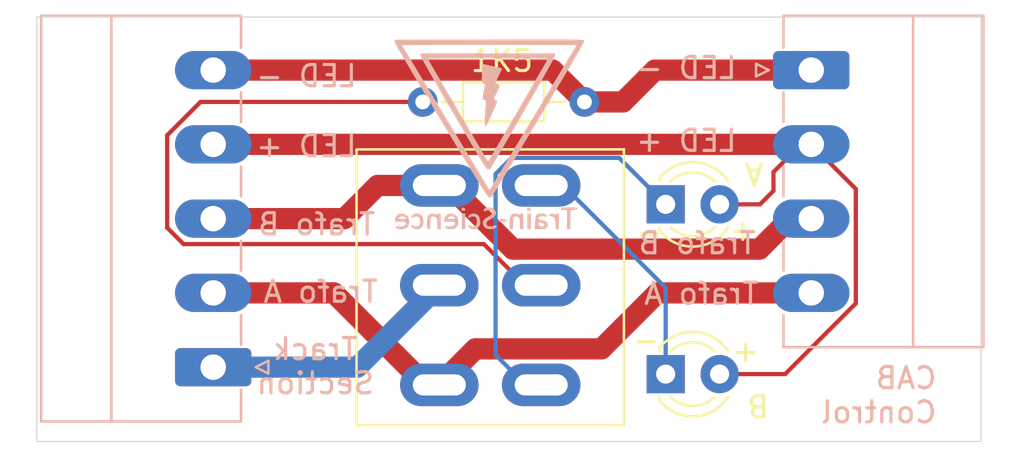
<source format=kicad_pcb>
(kicad_pcb (version 20240108) (generator "pcbnew") (generator_version "8.0")
  (layers (0 "F.Cu" signal) (31 "B.Cu" signal) (34 "B.Paste" user) (35 "F.Paste" user) (36 "B.SilkS" user "B.Silkscreen") (37 "F.SilkS" user "F.Silkscreen") (38 "B.Mask" user) (39 "F.Mask" user) (44 "Edge.Cuts" user))
  (net 0 "")
  (net 1 "GND")
  (net 2 "/spoor")
  (net 3 "Net-(SW2A-B)")
  (net 4 "VCC")
  (net 5 "/LED A")
  (net 6 "/LED B")
  (net 7 "/trafo A")
  (net 8 "/trafo B")
  (footprint "custom_kicad_lib_sk:MTS_DPDT" (layer "F.Cu") (at 150.740574 84.039534 -90)
    (property "Reference" "SW2" (hide yes))
    (property "Value" "MTS203")
    (fp_rect (start -10.4 -6.9) (end 2.6 5.7) (stroke (width 0.12)) (fill none) (layer "F.SilkS"))
    (pad "1" thru_hole oval (at -8.7 -3 270) (size 2 3.7) (drill oval 1 2.5) (layers "*.Cu" "*.Mask") (net 6 "/LED B"))
    (pad "2" thru_hole oval (at -4 -3 270) (size 2 3.7) (drill oval 1 2.5) (layers "*.Cu" "*.Mask") (net 3 "Net-(SW2A-B)"))
    (pad "3" thru_hole oval (at 0.7 -3 270) (size 2 3.7) (drill oval 1 2.5) (layers "*.Cu" "*.Mask") (net 5 "/LED A"))
    (pad "4" thru_hole oval (at -8.7 1.8 270) (size 2 3.7) (drill oval 1 2.5) (layers "*.Cu" "*.Mask") (net 8 "/trafo B"))
    (pad "5" thru_hole oval (at -4 1.8 270) (size 2 3.7) (drill oval 1 2.5) (layers "*.Cu" "*.Mask") (net 2 "/spoor"))
    (pad "6" thru_hole oval (at 0.7 1.8 270) (size 2 3.7) (drill oval 1 2.5) (layers "*.Cu" "*.Mask") (net 7 "/trafo A"))
  )
  (footprint "LED_THT:LED_D3.0mm" (layer "F.Cu") (at 159.608574 76.229534)
    (property "Reference" "D1" (hide yes))
    (property "Value" "LED")
    (fp_line (start -0.29 -1.236) (end -0.29 -1.08) (stroke (width 0.12)) (layer "F.SilkS"))
    (fp_line (start -0.29 1.08) (end -0.29 1.236) (stroke (width 0.12)) (layer "F.SilkS"))
    (fp_arc (start -0.29 -1.235516) (mid 1.366487 -1.987659) (end 2.942335 -1.078608) (stroke (width 0.12)) (layer "F.SilkS"))
    (fp_arc (start 0.229039 -1.08) (mid 1.270117 -1.5) (end 2.31113 -1.079837) (stroke (width 0.12)) (layer "F.SilkS"))
    (fp_arc (start 2.31113 1.079837) (mid 1.270117 1.5) (end 0.229039 1.08) (stroke (width 0.12)) (layer "F.SilkS"))
    (fp_arc (start 2.942335 1.078608) (mid 1.366487 1.987659) (end -0.29 1.235516) (stroke (width 0.12)) (layer "F.SilkS"))
    (pad "1" thru_hole rect (at 0 0) (size 1.8 1.8) (drill 0.9) (layers "*.Cu" "*.Mask") (net 5 "/LED A"))
    (pad "2" thru_hole circle (at 2.54 0) (size 1.8 1.8) (drill 0.9) (layers "*.Cu" "*.Mask") (net 4 "VCC"))
  )
  (footprint "Resistor_THT:R_Axial_DIN0204_L3.6mm_D1.6mm_P7.62mm_Horizontal" (layer "F.Cu") (at 148.159574 71.402534)
    (property "Reference" "R1")
    (property "Value" "1K5" (at 3.732426 -1.933534 0) (layer "F.SilkS"))
    (fp_line (start 0.94 0) (end 1.89 0) (stroke (width 0.12)) (layer "F.SilkS"))
    (fp_line (start 1.89 -0.92) (end 1.89 0.92) (stroke (width 0.12)) (layer "F.SilkS"))
    (fp_line (start 1.89 0.92) (end 5.73 0.92) (stroke (width 0.12)) (layer "F.SilkS"))
    (fp_line (start 5.73 -0.92) (end 1.89 -0.92) (stroke (width 0.12)) (layer "F.SilkS"))
    (fp_line (start 5.73 0.92) (end 5.73 -0.92) (stroke (width 0.12)) (layer "F.SilkS"))
    (fp_line (start 6.68 0) (end 5.73 0) (stroke (width 0.12)) (layer "F.SilkS"))
    (pad "1" thru_hole circle (at 0 0) (size 1.4 1.4) (drill 0.7) (layers "*.Cu" "*.Mask") (net 3 "Net-(SW2A-B)"))
    (pad "2" thru_hole oval (at 7.62 0) (size 1.4 1.4) (drill 0.7) (layers "*.Cu" "*.Mask") (net 1 "GND"))
  )
  (footprint "LED_THT:LED_D3.0mm" (layer "F.Cu") (at 159.608574 84.229534)
    (property "Reference" "D2" (hide yes))
    (property "Value" "LED")
    (fp_line (start -0.29 -1.236) (end -0.29 -1.08) (stroke (width 0.12)) (layer "F.SilkS"))
    (fp_line (start -0.29 1.08) (end -0.29 1.236) (stroke (width 0.12)) (layer "F.SilkS"))
    (fp_arc (start -0.29 -1.235516) (mid 1.366487 -1.987659) (end 2.942335 -1.078608) (stroke (width 0.12)) (layer "F.SilkS"))
    (fp_arc (start 0.229039 -1.08) (mid 1.270117 -1.5) (end 2.31113 -1.079837) (stroke (width 0.12)) (layer "F.SilkS"))
    (fp_arc (start 2.31113 1.079837) (mid 1.270117 1.5) (end 0.229039 1.08) (stroke (width 0.12)) (layer "F.SilkS"))
    (fp_arc (start 2.942335 1.078608) (mid 1.366487 1.987659) (end -0.29 1.235516) (stroke (width 0.12)) (layer "F.SilkS"))
    (pad "1" thru_hole rect (at 0 0) (size 1.8 1.8) (drill 0.9) (layers "*.Cu" "*.Mask") (net 6 "/LED B"))
    (pad "2" thru_hole circle (at 2.54 0) (size 1.8 1.8) (drill 0.9) (layers "*.Cu" "*.Mask") (net 4 "VCC"))
  )
  (footprint "custom_kicad_lib_sk:Train-Science logo small" (layer "B.Cu") (at 151.226574 73.025 180)
    (property "Reference" "G***" (hide yes))
    (property "Value" "LOGO" (hide yes))
    (fp_poly (pts (xy 1.223321 -4.3782) (xy 1.062357 -4.3782) (xy 1.062357 -3.637769) (xy 1.223321 -3.637769)) (fill solid) (layer "B.SilkS"))
    (fp_poly (pts (xy -1.867174 -4.3782) (xy -2.028137 -4.3782) (xy -2.028137 -3.637769) (xy -1.867174 -3.637769)) (fill solid) (layer "B.SilkS"))
    (fp_poly (pts (xy 1.211443 -3.365565) (xy 1.235424 -3.397528) (xy 1.241537 -3.467248) (xy 1.192998 -3.5033) (xy 1.1387 -3.508999) (xy 1.079454 -3.497959) (xy 1.066286 -3.453786) (xy 1.068167 -3.436565) (xy 1.099438 -3.378361) (xy 1.155683 -3.352714)) (fill solid) (layer "B.SilkS"))
    (fp_poly (pts (xy -1.879051 -3.365565) (xy -1.85507 -3.397528) (xy -1.848957 -3.467248) (xy -1.897497 -3.5033) (xy -1.951794 -3.508999) (xy -2.01104 -3.497959) (xy -2.024208 -3.453786) (xy -2.022328 -3.436565) (xy -1.991057 -3.378361) (xy -1.934811 -3.352714)) (fill solid) (layer "B.SilkS"))
    (fp_poly (pts (xy -0.612737 -3.9006) (xy -0.533283 -3.922266) (xy -0.490713 -3.961014) (xy -0.488845 -3.967744) (xy -0.490951 -3.998166) (xy -0.520453 -4.01526) (xy -0.590351 -4.022672) (xy -0.689781 -4.024081) (xy -0.808268 -4.020841) (xy -0.874379 -4.009353) (xy -0.899883 -3.986965) (xy -0.901394 -3.976406) (xy -0.873403 -3.933919) (xy -0.802697 -3.906845) (xy -0.709175 -3.895599)) (fill solid) (layer "B.SilkS"))
    (fp_poly (pts (xy -3.20706 -3.649174) (xy -3.187072 -3.671095) (xy -3.167366 -3.687977) (xy -3.124803 -3.671095) (xy -3.032476 -3.639196) (xy -2.952967 -3.641074) (xy -2.904379 -3.674259) (xy -2.897338 -3.702155) (xy -2.912873 -3.749633) (xy -2.970283 -3.766013) (xy -2.992091 -3.76654) (xy -3.08017 -3.784752) (xy -3.139695 -3.843818) (xy -3.1741 -3.950385) (xy -3.18682 -4.1111) (xy -3.187072 -4.143919) (xy -3.188151 -4.264488) (xy -3.194538 -4.33444) (xy -3.210963 -4.367539) (xy -3.242154 -4.377549) (xy -3.267554 -4.3782) (xy -3.348035 -4.3782) (xy -3.348035 -3.637769) (xy -3.267554 -3.637769)) (fill solid) (layer "B.SilkS"))
    (fp_poly (pts (xy -3.669632 -3.34866) (xy -3.559722 -3.351709) (xy -3.492918 -3.358945) (xy -3.458582 -3.372129) (xy -3.446076 -3.393024) (xy -3.444613 -3.412421) (xy -3.454092 -3.452657) (xy -3.493451 -3.471683) (xy -3.579073 -3.476782) (xy -3.58948 -3.476806) (xy -3.734347 -3.476806) (xy -3.734347 -4.3782) (xy -3.89531 -4.3782) (xy -3.89531 -3.480334) (xy -4.047936 -3.470522) (xy -4.148526 -3.457408) (xy -4.198923 -3.431105) (xy -4.21126 -3.404373) (xy -4.210399 -3.380588) (xy -4.190335 -3.364589) (xy -4.140901 -3.354863) (xy -4.051928 -3.349892) (xy -3.91325 -3.348161) (xy -3.833286 -3.348036)) (fill solid) (layer "B.SilkS"))
    (fp_poly (pts (xy 3.456146 -3.654371) (xy 3.543105 -3.697368) (xy 3.592791 -3.756548) (xy 3.594178 -3.814197) (xy 3.572895 -3.852981) (xy 3.542199 -3.843557) (xy 3.513841 -3.819211) (xy 3.424501 -3.7745) (xy 3.322943 -3.773442) (xy 3.238538 -3.81626) (xy 3.237661 -3.817129) (xy 3.201357 -3.890078) (xy 3.187495 -3.994878) (xy 3.196074 -4.103032) (xy 3.227095 -4.186043) (xy 3.237661 -4.198841) (xy 3.321639 -4.242246) (xy 3.423161 -4.241772) (xy 3.512857 -4.197642) (xy 3.513841 -4.196759) (xy 3.559116 -4.162129) (xy 3.582547 -4.174932) (xy 3.594178 -4.201773) (xy 3.589623 -4.267108) (xy 3.534669 -4.324764) (xy 3.443265 -4.364981) (xy 3.341993 -4.3782) (xy 3.23693 -4.364144) (xy 3.150524 -4.312169) (xy 3.116435 -4.280323) (xy 3.06227 -4.220957) (xy 3.03476 -4.166703) (xy 3.027277 -4.094215) (xy 3.032787 -3.985733) (xy 3.063239 -3.823108) (xy 3.128926 -3.713042) (xy 3.232557 -3.652527) (xy 3.346264 -3.637769)) (fill solid) (layer "B.SilkS"))
    (fp_poly (pts (xy 0.784156 -3.654371) (xy 0.871115 -3.697368) (xy 0.920801 -3.756548) (xy 0.922188 -3.814197) (xy 0.900905 -3.852981) (xy 0.870209 -3.843557) (xy 0.841851 -3.819211) (xy 0.752511 -3.7745) (xy 0.650954 -3.773442) (xy 0.566548 -3.81626) (xy 0.565671 -3.817129) (xy 0.529974 -3.888454) (xy 0.515171 -3.998249) (xy 0.515082 -4.007985) (xy 0.527932 -4.119813) (xy 0.562192 -4.195116) (xy 0.565671 -4.198841) (xy 0.649649 -4.242246) (xy 0.751171 -4.241772) (xy 0.840868 -4.197642) (xy 0.841851 -4.196759) (xy 0.887126 -4.162129) (xy 0.910558 -4.174932) (xy 0.922188 -4.201773) (xy 0.917633 -4.267108) (xy 0.862679 -4.324764) (xy 0.771275 -4.364981) (xy 0.670003 -4.3782) (xy 0.56494 -4.364144) (xy 0.478534 -4.312169) (xy 0.444446 -4.280323) (xy 0.39028 -4.220957) (xy 0.36277 -4.166703) (xy 0.355287 -4.094215) (xy 0.360798 -3.985733) (xy 0.391249 -3.823108) (xy 0.456936 -3.713042) (xy 0.560567 -3.652527) (xy 0.674274 -3.637769)) (fill solid) (layer "B.SilkS"))
    (fp_poly (pts (xy 0.08045 -3.363771) (xy 0.163476 -3.40824) (xy 0.193154 -3.477335) (xy 0.193156 -3.477939) (xy 0.170182 -3.528914) (xy 0.121334 -3.539789) (xy 0.080482 -3.508999) (xy 0.032611 -3.483439) (xy -0.047363 -3.477888) (xy -0.130866 -3.490818) (xy -0.189325 -3.520703) (xy -0.191874 -3.52355) (xy -0.21804 -3.596183) (xy -0.180966 -3.673245) (xy -0.081544 -3.753443) (xy -0.004028 -3.796699) (xy 0.136108 -3.882305) (xy 0.216714 -3.971193) (xy 0.24249 -4.071135) (xy 0.223825 -4.173564) (xy 0.164082 -4.275535) (xy 0.095495 -4.330471) (xy -0.018443 -4.366535) (xy -0.150995 -4.376193) (xy -0.274362 -4.359597) (xy -0.346956 -4.328086) (xy -0.40363 -4.272052) (xy -0.419312 -4.22251) (xy -0.394108 -4.195068) (xy -0.346071 -4.199064) (xy -0.197064 -4.233359) (xy -0.075009 -4.242002) (xy 0.005829 -4.224264) (xy 0.015788 -4.217493) (xy 0.061853 -4.14537) (xy 0.055341 -4.062595) (xy 0.002818 -3.983964) (xy -0.089151 -3.924271) (xy -0.119083 -3.913566) (xy -0.188092 -3.877866) (xy -0.269912 -3.816568) (xy -0.288095 -3.800264) (xy -0.365715 -3.694707) (xy -0.385703 -3.587357) (xy -0.353625 -3.488715) (xy -0.27505 -3.409279) (xy -0.155545 -3.359551) (xy -0.048289 -3.348036)) (fill solid) (layer "B.SilkS"))
    (fp_poly (pts (xy -2.40532 -3.645768) (xy -2.326525 -3.67613) (xy -2.275297 -3.738404) (xy -2.245189 -3.842138) (xy -2.22975 -3.996881) (xy -2.226439 -4.069661) (xy -2.215488 -4.366149) (xy -2.45432 -4.371021) (xy -2.611055 -4.367821) (xy -2.715337 -4.349617) (xy -2.763052 -4.326932) (xy -2.817997 -4.253657) (xy -2.8318 -4.157537) (xy -2.826579 -4.141434) (xy -2.663371 -4.141434) (xy -2.661178 -4.198977) (xy -2.617211 -4.235887) (xy -2.541587 -4.248708) (xy -2.462907 -4.236034) (xy -2.420887 -4.210799) (xy -2.387663 -4.147033) (xy -2.382256 -4.110009) (xy -2.391113 -4.070273) (xy -2.429399 -4.05887) (xy -2.5002 -4.066989) (xy -2.611613 -4.096669) (xy -2.663371 -4.141434) (xy -2.826579 -4.141434) (xy -2.80241 -4.066887) (xy -2.783578 -4.04369) (xy -2.714915 -4.000608) (xy -2.611053 -3.960717) (xy -2.500848 -3.933723) (xy -2.438593 -3.927683) (xy -2.39073 -3.905832) (xy -2.389171 -3.848663) (xy -2.411779 -3.801951) (xy -2.44845 -3.775964) (xy -2.522247 -3.768689) (xy -2.620538 -3.77548) (xy -2.726931 -3.782973) (xy -2.782746 -3.776184) (xy -2.800575 -3.753278) (xy -2.80076 -3.74925) (xy -2.770723 -3.693209) (xy -2.685633 -3.655257) (xy -2.553023 -3.638364) (xy -2.518132 -3.637769)) (fill solid) (layer "B.SilkS"))
    (fp_poly (pts (xy 4.191957 -3.665419) (xy 4.293411 -3.737669) (xy 4.360573 -3.838471) (xy 4.3782 -3.925027) (xy 4.3782 -4.024081) (xy 4.120659 -4.024081) (xy 3.992123 -4.025517) (xy 3.915069 -4.031892) (xy 3.876617 -4.046313) (xy 3.86389 -4.071882) (xy 3.863118 -4.086167) (xy 3.886785 -4.17496) (xy 3.959423 -4.227168) (xy 4.083491 -4.244072) (xy 4.15906 -4.240295) (xy 4.267524 -4.233706) (xy 4.325375 -4.2403) (xy 4.345405 -4.262067) (xy 4.346008 -4.269376) (xy 4.317527 -4.321331) (xy 4.243324 -4.357024) (xy 4.140255 -4.375338) (xy 4.025174 -4.375154) (xy 3.91494 -4.355354) (xy 3.826407 -4.31482) (xy 3.813457 -4.304705) (xy 3.748327 -4.223779) (xy 3.71501 -4.110586) (xy 3.710957 -4.07989) (xy 3.714938 -3.908) (xy 3.730244 -3.869557) (xy 3.863118 -3.869557) (xy 3.892233 -3.883662) (xy 3.967337 -3.893017) (xy 4.040178 -3.895311) (xy 4.137154 -3.891076) (xy 4.201466 -3.880152) (xy 4.217237 -3.869557) (xy 4.188421 -3.814477) (xy 4.114915 -3.776712) (xy 4.040178 -3.76654) (xy 3.945509 -3.783306) (xy 3.880602 -3.826073) (xy 3.863118 -3.869557) (xy 3.730244 -3.869557) (xy 3.767799 -3.775233) (xy 3.866587 -3.685192) (xy 4.008349 -3.641482) (xy 4.073248 -3.637769)) (fill solid) (layer "B.SilkS"))
    (fp_poly (pts (xy 2.715567 -3.652213) (xy 2.788671 -3.700519) (xy 2.835175 -3.79015) (xy 2.859236 -3.928568) (xy 2.865146 -4.092808) (xy 2.86448 -4.228722) (xy 2.860137 -4.312734) (xy 2.848595 -4.357328) (xy 2.826334 -4.374987) (xy 2.789834 -4.378194) (xy 2.784664 -4.3782) (xy 2.744587 -4.375415) (xy 2.72067 -4.358257) (xy 2.708742 -4.313522) (xy 2.704637 -4.228007) (xy 2.704183 -4.123292) (xy 2.70181 -3.995739) (xy 2.69553 -3.889366) (xy 2.686599 -3.82384) (xy 2.684642 -3.817462) (xy 2.638586 -3.775444) (xy 2.56069 -3.771399) (xy 2.471162 -3.805399) (xy 2.453804 -3.816654) (xy 2.417528 -3.84892) (xy 2.396019 -3.893461) (xy 2.385541 -3.966262) (xy 2.382352 -4.083304) (xy 2.382256 -4.122485) (xy 2.381383 -4.249664) (xy 2.375999 -4.325642) (xy 2.361955 -4.363601) (xy 2.335101 -4.376724) (xy 2.301774 -4.3782) (xy 2.221293 -4.3782) (xy 2.221293 -4.007985) (xy 2.22168 -3.849262) (xy 2.224378 -3.743962) (xy 2.231689 -3.681124) (xy 2.245918 -3.649787) (xy 2.269368 -3.638988) (xy 2.299092 -3.637769) (xy 2.364561 -3.652507) (xy 2.391646 -3.67801) (xy 2.413142 -3.702107) (xy 2.449056 -3.67801) (xy 2.508105 -3.651219) (xy 2.597263 -3.63805) (xy 2.611707 -3.637769)) (fill solid) (layer "B.SilkS"))
    (fp_poly (pts (xy 1.874086 -3.665419) (xy 1.97554 -3.737669) (xy 2.042702 -3.838471) (xy 2.06033 -3.925027) (xy 2.06033 -4.024081) (xy 1.802788 -4.024081) (xy 1.674253 -4.025517) (xy 1.597198 -4.031892) (xy 1.558746 -4.046313) (xy 1.54602 -4.071882) (xy 1.545247 -4.086167) (xy 1.568914 -4.17496) (xy 1.641552 -4.227168) (xy 1.76562 -4.244072) (xy 1.841189 -4.240295) (xy 1.949653 -4.233706) (xy 2.007504 -4.2403) (xy 2.027535 -4.262067) (xy 2.028137 -4.269376) (xy 1.999657 -4.321331) (xy 1.925454 -4.357024) (xy 1.822384 -4.375338) (xy 1.707304 -4.375154) (xy 1.597069 -4.355354) (xy 1.508536 -4.31482) (xy 1.495586 -4.304705) (xy 1.430456 -4.223779) (xy 1.397139 -4.110586) (xy 1.393087 -4.07989) (xy 1.397067 -3.908) (xy 1.412373 -3.869557) (xy 1.545247 -3.869557) (xy 1.574363 -3.883662) (xy 1.649466 -3.893017) (xy 1.722307 -3.895311) (xy 1.819283 -3.891076) (xy 1.883595 -3.880152) (xy 1.899366 -3.869557) (xy 1.87055 -3.814477) (xy 1.797044 -3.776712) (xy 1.722307 -3.76654) (xy 1.627639 -3.783306) (xy 1.562731 -3.826073) (xy 1.545247 -3.869557) (xy 1.412373 -3.869557) (xy 1.449928 -3.775233) (xy 1.548716 -3.685192) (xy 1.690478 -3.641482) (xy 1.755377 -3.637769)) (fill solid) (layer "B.SilkS"))
    (fp_poly (pts (xy -1.179743 -3.652213) (xy -1.106639 -3.700519) (xy -1.060135 -3.79015) (xy -1.036075 -3.928568) (xy -1.030165 -4.092808) (xy -1.03083 -4.228722) (xy -1.035174 -4.312734) (xy -1.046716 -4.357328) (xy -1.068976 -4.374987) (xy -1.105476 -4.378194) (xy -1.110646 -4.3782) (xy -1.150723 -4.375415) (xy -1.174641 -4.358257) (xy -1.186568 -4.313522) (xy -1.190674 -4.228007) (xy -1.191128 -4.123292) (xy -1.193501 -3.995739) (xy -1.199781 -3.889366) (xy -1.208712 -3.82384) (xy -1.210669 -3.817462) (xy -1.256725 -3.775444) (xy -1.33462 -3.771399) (xy -1.424149 -3.805399) (xy -1.441506 -3.816654) (xy -1.477783 -3.84892) (xy -1.499291 -3.893461) (xy -1.50977 -3.966262) (xy -1.512958 -4.083304) (xy -1.513054 -4.122485) (xy -1.513927 -4.249664) (xy -1.519311 -4.325642) (xy -1.533355 -4.363601) (xy -1.560209 -4.376724) (xy -1.593536 -4.3782) (xy -1.674018 -4.3782) (xy -1.674018 -4.007985) (xy -1.67363 -3.849262) (xy -1.670933 -3.743962) (xy -1.663621 -3.681124) (xy -1.649392 -3.649787) (xy -1.625943 -3.638988) (xy -1.596219 -3.637769) (xy -1.53075 -3.652507) (xy -1.503665 -3.67801) (xy -1.482168 -3.702107) (xy -1.446255 -3.67801) (xy -1.387205 -3.651219) (xy -1.298048 -3.63805) (xy -1.283604 -3.637769)) (fill solid) (layer "B.SilkS"))
    (fp_poly (pts (xy 0.250482 3.398018) (xy 0.258312 3.360431) (xy 0.266207 3.271171) (xy 0.273323 3.142944) (xy 0.278815 2.988455) (xy 0.279494 2.961822) (xy 0.283147 2.79102) (xy 0.28333 2.672993) (xy 0.27842 2.596159) (xy 0.266793 2.548934) (xy 0.246824 2.519735) (xy 0.216889 2.496979) (xy 0.214047 2.495112) (xy 0.177374 2.463714) (xy 0.157846 2.420729) (xy 0.155167 2.353836) (xy 0.169042 2.250716) (xy 0.199173 2.099046) (xy 0.20399 2.076426) (xy 0.234196 1.927607) (xy 0.248081 1.829473) (xy 0.244797 1.770209) (xy 0.223496 1.738003) (xy 0.183328 1.721039) (xy 0.178383 1.719762) (xy 0.093995 1.698582) (xy 0.113104 1.340229) (xy 0.122361 1.168329) (xy 0.13182 0.9955) (xy 0.140114 0.846597) (xy 0.144094 0.776804) (xy 0.147732 0.616402) (xy 0.136399 0.518612) (xy 0.110043 0.48341) (xy 0.068612 0.510774) (xy 0.012053 0.600683) (xy -0.036281 0.70019) (xy -0.094889 0.829583) (xy -0.151819 0.955614) (xy -0.192615 1.046261) (xy -0.235959 1.142058) (xy -0.293724 1.268625) (xy -0.352412 1.396402) (xy -0.410483 1.535855) (xy -0.432862 1.630868) (xy -0.419591 1.690556) (xy -0.370712 1.724039) (xy -0.353957 1.729118) (xy -0.302087 1.746117) (xy -0.289734 1.754248) (xy -0.301976 1.787815) (xy -0.333966 1.863803) (xy -0.378601 1.966115) (xy -0.428778 2.078653) (xy -0.477393 2.185319) (xy -0.517132 2.269582) (xy -0.553917 2.350924) (xy -0.561542 2.396199) (xy -0.540994 2.426228) (xy -0.525165 2.438593) (xy -0.452176 2.472508) (xy -0.412351 2.478834) (xy -0.36338 2.484926) (xy -0.354119 2.492061) (xy -0.366789 2.526986) (xy -0.400137 2.60474) (xy -0.447168 2.710013) (xy -0.500888 2.827498) (xy -0.554304 2.941887) (xy -0.600421 3.037873) (xy -0.630486 3.096942) (xy -0.659596 3.160107) (xy -0.65177 3.193594) (xy -0.620583 3.213855) (xy -0.53333 3.246777) (xy -0.395236 3.27925) (xy -0.273637 3.301207) (xy -0.190498 3.31751) (xy -0.07335 3.34338) (xy 0.027233 3.367139) (xy 0.134416 3.389945) (xy 0.215087 3.40089)) (fill solid) (layer "B.SilkS"))
    (fp_poly (pts (xy 3.179239 3.830925) (xy 3.169077 3.796052) (xy 3.134748 3.721875) (xy 3.075339 3.60678) (xy 2.989941 3.449155) (xy 2.877641 3.24739) (xy 2.737526 2.999872) (xy 2.568687 2.704989) (xy 2.370211 2.361128) (xy 2.141187 1.966679) (xy 1.880703 1.52003) (xy 1.631778 1.09455) (xy 1.368647 0.645596) (xy 1.135907 0.249143) (xy 0.93161 -0.097982) (xy 0.753807 -0.398953) (xy 0.60055 -0.656942) (xy 0.469891 -0.875124) (xy 0.359881 -1.05667) (xy 0.268572 -1.204755) (xy 0.194014 -1.322552) (xy 0.134261 -1.413233) (xy 0.087362 -1.479973) (xy 0.051371 -1.525943) (xy 0.024337 -1.554318) (xy 0.004314 -1.568271) (xy -0.004969 -1.571019) (xy -0.078828 -1.563333) (xy -0.118283 -1.538827) (xy -0.138767 -1.505458) (xy -0.189191 -1.420294) (xy -0.267262 -1.287274) (xy -0.370688 -1.110339) (xy -0.497173 -0.893428) (xy -0.644426 -0.640482) (xy -0.810153 -0.355441) (xy -0.99206 -0.042244) (xy -1.187855 0.295169) (xy -1.395243 0.652857) (xy -1.611932 1.02688) (xy -1.660439 1.110646) (xy -1.943382 1.600038) (xy -2.194371 2.035755) (xy -2.414343 2.419476) (xy -2.604234 2.752877) (xy -2.764981 3.037634) (xy -2.89752 3.275425) (xy -3.002787 3.467927) (xy -3.081719 3.616816) (xy -3.100264 3.653866) (xy -2.831057 3.653866) (xy -1.427803 1.229825) (xy -1.217976 0.867944) (xy -1.017222 0.522838) (xy -0.827885 0.198474) (xy -0.652308 -0.101185) (xy -0.492836 -0.372174) (xy -0.351814 -0.61053) (xy -0.231586 -0.812287) (xy -0.134496 -0.973481) (xy -0.062889 -1.090149) (xy -0.019109 -1.158326) (xy -0.005551 -1.175218) (xy 0.013203 -1.145197) (xy 0.062076 -1.063637) (xy 0.138687 -0.934577) (xy 0.240658 -0.762061) (xy 0.365609 -0.55013) (xy 0.511161 -0.302826) (xy 0.674935 -0.02419) (xy 0.854552 0.281735) (xy 1.047632 0.610908) (xy 1.251797 0.959287) (xy 1.421346 1.248823) (xy 2.829247 3.653866) (xy 1.414623 3.662249) (xy 1.04211 3.663984) (xy 0.624153 3.665121) (xy 0.179691 3.665659) (xy -0.272337 3.665598) (xy -0.712992 3.664938) (xy -1.123334 3.663678) (xy -1.415529 3.662249) (xy -2.831057 3.653866) (xy -3.100264 3.653866) (xy -3.135253 3.723769) (xy -3.164325 3.790463) (xy -3.17064 3.814829) (xy -3.170976 3.911407) (xy 3.170976 3.911407)) (fill solid) (layer "B.SilkS"))
    (fp_poly (pts (xy -2.177236 4.566716) (xy -1.724771 4.566214) (xy -1.217326 4.565463) (xy -0.651718 4.564501) (xy -0.055144 4.563421) (xy 4.394297 4.55526) (xy 4.402412 4.474778) (xy 4.392766 4.444092) (xy 4.360546 4.377472) (xy 4.304831 4.273357) (xy 4.224701 4.130187) (xy 4.119236 3.9464) (xy 3.987517 3.720436) (xy 3.828623 3.450735) (xy 3.641634 3.135735) (xy 3.425631 2.773875) (xy 3.179692 2.363596) (xy 2.902899 1.903335) (xy 2.594331 1.391532) (xy 2.253068 0.826627) (xy 2.210681 0.756527) (xy 1.892208 0.230049) (xy 1.605234 -0.243951) (xy 1.348069 -0.66817) (xy 1.119028 -1.045302) (xy 0.916421 -1.378044) (xy 0.738561 -1.669091) (xy 0.583761 -1.921141) (xy 0.450332 -2.136888) (xy 0.336586 -2.319029) (xy 0.240836 -2.470259) (xy 0.161394 -2.593274) (xy 0.096573 -2.690771) (xy 0.044683 -2.765444) (xy 0.004038 -2.819991) (xy -0.02705 -2.857107) (xy -0.05027 -2.879488) (xy -0.067308 -2.88983) (xy -0.073048 -2.891234) (xy -0.156237 -2.877194) (xy -0.204854 -2.826849) (xy -0.227047 -2.790521) (xy -0.280348 -2.702298) (xy -0.362758 -2.565508) (xy -0.47228 -2.383476) (xy -0.606914 -2.159531) (xy -0.764662 -1.897) (xy -0.943527 -1.599208) (xy -1.141509 -1.269484) (xy -1.356611 -0.911155) (xy -1.586834 -0.527547) (xy -1.830181 -0.121988) (xy -2.084652 0.302196) (xy -2.348249 0.741676) (xy -2.411808 0.847656) (xy -2.72913 1.377004) (xy -3.014693 1.853894) (xy -3.270035 2.280976) (xy -3.496692 2.660897) (xy -3.696204 2.996307) (xy -3.870107 3.289854) (xy -4.01994 3.544188) (xy -4.147239 3.761957) (xy -4.253544 3.94581) (xy -4.340391 4.098397) (xy -4.409319 4.222366) (xy -4.449721 4.297718) (xy -4.178624 4.297718) (xy -0.08088 -2.532058) (xy 0.192957 -2.079549) (xy 0.247331 -1.989669) (xy 0.332405 -1.84901) (xy 0.445566 -1.661887) (xy 0.584205 -1.43262) (xy 0.74571 -1.165527) (xy 0.92747 -0.864926) (xy 1.126875 -0.535135) (xy 1.341313 -0.180472) (xy 1.568173 0.194744) (xy 1.804844 0.586196) (xy 2.048716 0.989564) (xy 2.257763 1.33534) (xy 4.048733 4.297718) (xy 1.992174 4.306003) (xy 1.548356 4.307468) (xy 1.05587 4.308526) (xy 0.530432 4.309176) (xy -0.012241 4.309419) (xy -0.556433 4.309254) (xy -1.086428 4.308682) (xy -1.58651 4.307702) (xy -2.040962 4.306315) (xy -2.121505 4.306003) (xy -4.178624 4.297718) (xy -4.449721 4.297718) (xy -4.461864 4.320365) (xy -4.499566 4.395045) (xy -4.523961 4.449053) (xy -4.536588 4.485039) (xy -4.538984 4.505651) (xy -4.537712 4.509683) (xy -4.531875 4.518362) (xy -4.522005 4.526181) (xy -4.504918 4.533179) (xy -4.47743 4.539392) (xy -4.436357 4.54486) (xy -4.378514 4.549621) (xy -4.300717 4.553712) (xy -4.199782 4.557172) (xy -4.072525 4.560039) (xy -3.915762 4.562352) (xy -3.726308 4.564148) (xy -3.50098 4.565466) (xy -3.236592 4.566343) (xy -2.929962 4.566818) (xy -2.577905 4.56693)) (fill solid) (layer "B.SilkS"))
  )
  (footprint "Connector_Phoenix_MC:PhoenixContact_MC_1,5_5-G-3.5_1x05_P3.50mm_Horizontal" (layer "B.Cu") (at 138.284074 83.902534 90)
    (property "Reference" "J2" (hide yes))
    (property "Value" "Screw_Terminal_01x05")
    (fp_line (start 16.56 -8.11) (end -2.56 -8.11) (stroke (width 0.12)) (layer "B.SilkS"))
    (fp_line (start -2.56 -8.11) (end -2.56 1.31) (stroke (width 0.12)) (layer "B.SilkS"))
    (fp_line (start 16.56 -4.8) (end -2.56 -4.8) (stroke (width 0.12)) (layer "B.SilkS"))
    (fp_line (start 16.56 1.31) (end 16.56 -8.11) (stroke (width 0.12)) (layer "B.SilkS"))
    (fp_line (start 15.05 1.31) (end 16.56 1.31) (stroke (width 0.12)) (layer "B.SilkS"))
    (fp_line (start 12.95 1.31) (end 11.55 1.31) (stroke (width 0.12)) (layer "B.SilkS"))
    (fp_line (start 9.45 1.31) (end 8.05 1.31) (stroke (width 0.12)) (layer "B.SilkS"))
    (fp_line (start 5.95 1.31) (end 4.55 1.31) (stroke (width 0.12)) (layer "B.SilkS"))
    (fp_line (start 2.45 1.31) (end 1.05 1.31) (stroke (width 0.12)) (layer "B.SilkS"))
    (fp_line (start -1.05 1.31) (end -2.56 1.31) (stroke (width 0.12)) (layer "B.SilkS"))
    (fp_line (start 0 2) (end 0.3 2.6) (stroke (width 0.12)) (layer "B.SilkS"))
    (fp_line (start 0.3 2.6) (end -0.3 2.6) (stroke (width 0.12)) (layer "B.SilkS"))
    (fp_line (start -0.3 2.6) (end 0 2) (stroke (width 0.12)) (layer "B.SilkS"))
    (pad "1" thru_hole roundrect (at 0 0 90) (size 1.8 3.6) (drill 1.2) (layers "*.Cu" "*.Mask") (roundrect_rratio 0.138889) (net 2 "/spoor"))
    (pad "2" thru_hole oval (at 3.5 0 90) (size 1.8 3.6) (drill 1.2) (layers "*.Cu" "*.Mask") (net 7 "/trafo A"))
    (pad "3" thru_hole oval (at 7 0 90) (size 1.8 3.6) (drill 1.2) (layers "*.Cu" "*.Mask") (net 8 "/trafo B"))
    (pad "4" thru_hole oval (at 10.5 0 90) (size 1.8 3.6) (drill 1.2) (layers "*.Cu" "*.Mask") (net 4 "VCC"))
    (pad "5" thru_hole oval (at 14 0 90) (size 1.8 3.6) (drill 1.2) (layers "*.Cu" "*.Mask") (net 1 "GND"))
  )
  (footprint "Connector_Phoenix_MC:PhoenixContact_MC_1,5_4-G-3.5_1x04_P3.50mm_Horizontal" (layer "B.Cu") (at 166.469574 69.902534 -90)
    (property "Reference" "J1" (hide yes))
    (property "Value" "Screw_Terminal_01x04")
    (fp_line (start -0.3 2.6) (end 0 2) (stroke (width 0.12)) (layer "B.SilkS"))
    (fp_line (start 0.3 2.6) (end -0.3 2.6) (stroke (width 0.12)) (layer "B.SilkS"))
    (fp_line (start 0 2) (end 0.3 2.6) (stroke (width 0.12)) (layer "B.SilkS"))
    (fp_line (start -1.05 1.31) (end -2.56 1.31) (stroke (width 0.12)) (layer "B.SilkS"))
    (fp_line (start 2.45 1.31) (end 1.05 1.31) (stroke (width 0.12)) (layer "B.SilkS"))
    (fp_line (start 5.95 1.31) (end 4.55 1.31) (stroke (width 0.12)) (layer "B.SilkS"))
    (fp_line (start 9.45 1.31) (end 8.05 1.31) (stroke (width 0.12)) (layer "B.SilkS"))
    (fp_line (start 11.55 1.31) (end 13.06 1.31) (stroke (width 0.12)) (layer "B.SilkS"))
    (fp_line (start 13.06 1.31) (end 13.06 -8.11) (stroke (width 0.12)) (layer "B.SilkS"))
    (fp_line (start 13.06 -4.8) (end -2.56 -4.8) (stroke (width 0.12)) (layer "B.SilkS"))
    (fp_line (start -2.56 -8.11) (end -2.56 1.31) (stroke (width 0.12)) (layer "B.SilkS"))
    (fp_line (start 13.06 -8.11) (end -2.56 -8.11) (stroke (width 0.12)) (layer "B.SilkS"))
    (pad "1" thru_hole roundrect (at 0 0 270) (size 1.8 3.6) (drill 1.2) (layers "*.Cu" "*.Mask") (roundrect_rratio 0.138889) (net 1 "GND"))
    (pad "2" thru_hole oval (at 3.5 0 270) (size 1.8 3.6) (drill 1.2) (layers "*.Cu" "*.Mask") (net 4 "VCC"))
    (pad "3" thru_hole oval (at 7 0 270) (size 1.8 3.6) (drill 1.2) (layers "*.Cu" "*.Mask") (net 8 "/trafo B"))
    (pad "4" thru_hole oval (at 10.5 0 270) (size 1.8 3.6) (drill 1.2) (layers "*.Cu" "*.Mask") (net 7 "/trafo A"))
  )
  (gr_rect (start 129.969574 67.402534) (end 174.469574 87.402534) (stroke (width 0.05)) (fill none) (layer "Edge.Cuts"))
  (gr_text "LED -" (at 145.130574 70.768534 0) (layer "B.SilkS") (effects (font (size 1 1)) (justify left bottom mirror)))
  (gr_text "Trafo B" (at 146.019574 77.753534 0) (layer "B.SilkS") (effects (font (size 1 1)) (justify left bottom mirror)))
  (gr_text "Track\nSection" (at 143.098574 85.246534 0) (layer "B.SilkS") (effects (font (size 1 1)) (justify bottom mirror)))
  (gr_text "Trafo B\n" (at 163.957 78.642534 0) (layer "B.SilkS") (effects (font (size 1 1)) (justify left bottom mirror)))
  (gr_text "CAB\nControl" (at 172.466 86.614 0) (layer "B.SilkS") (effects (font (size 1 1)) (justify left bottom mirror)))
  (gr_text "LED +" (at 163.037574 73.816534 0) (layer "B.SilkS") (effects (font (size 1 1)) (justify left bottom mirror)))
  (gr_text "LED +" (at 145.130574 74.070534 0) (layer "B.SilkS") (effects (font (size 1 1)) (justify left bottom mirror)))
  (gr_text "Trafo A" (at 146.146574 80.928534 0) (layer "B.SilkS") (effects (font (size 1 1)) (justify left bottom mirror)))
  (gr_text "Trafo A" (at 164.084 81.026 0) (layer "B.SilkS") (effects (font (size 1 1)) (justify left bottom mirror)))
  (gr_text "LED -" (at 163.037574 70.387534 0) (layer "B.SilkS") (effects (font (size 1 1)) (justify left bottom mirror)))
  (gr_text "+" (at 162.529574 78.007534 0) (layer "F.SilkS") (effects (font (size 1 1)) (justify left bottom)))
  (gr_text "-" (at 158.115 78.134534 0) (layer "F.SilkS") (effects (font (size 1 1)) (justify left bottom)))
  (gr_text "-" (at 157.957574 83.214534 0) (layer "F.SilkS") (effects (font (size 1 1)) (justify left bottom)))
  (gr_text "B" (at 164.561574 85.119534 180) (layer "F.SilkS") (effects (font (size 1 1)) (justify left bottom)))
  (gr_text "+" (at 162.656574 83.722534 0) (layer "F.SilkS") (effects (font (size 1 1)) (justify left bottom)))
  (gr_text "A" (at 164.307574 74.197534 180) (layer "F.SilkS") (effects (font (size 1 1)) (justify left bottom)))
  (segment (start 159.100574 69.902534) (end 166.469574 69.902534) (width 1) (layer "F.Cu") (net 1))
  (segment (start 154.279574 69.902534) (end 138.284074 69.902534) (width 1) (layer "F.Cu") (net 1))
  (segment (start 157.600574 71.402534) (end 159.100574 69.902534) (width 1) (layer "F.Cu") (net 1))
  (segment (start 155.779574 71.402534) (end 154.279574 69.902534) (width 1) (layer "F.Cu") (net 1))
  (segment (start 155.779574 71.402534) (end 157.600574 71.402534) (width 1) (layer "F.Cu") (net 1))
  (segment (start 148.940574 80.039534) (end 145.077574 83.902534) (width 1) (layer "B.Cu") (net 2))
  (segment (start 145.077574 83.902534) (end 138.284074 83.902534) (width 1) (layer "B.Cu") (net 2))
  (segment (start 137.687018 71.402534) (end 148.159574 71.402534) (width 0.2) (layer "F.Cu") (net 3))
  (segment (start 136.887018 78.102534) (end 136.113574 77.32909) (width 0.2) (layer "F.Cu") (net 3))
  (segment (start 136.113574 77.32909) (end 136.113574 72.975978) (width 0.2) (layer "F.Cu") (net 3))
  (segment (start 151.038204 78.102534) (end 136.887018 78.102534) (width 0.2) (layer "F.Cu") (net 3))
  (segment (start 136.113574 72.975978) (end 137.687018 71.402534) (width 0.2) (layer "F.Cu") (net 3))
  (segment (start 153.740574 80.039534) (end 152.975204 80.039534) (width 0.2) (layer "F.Cu") (net 3))
  (segment (start 152.975204 80.039534) (end 151.038204 78.102534) (width 0.2) (layer "F.Cu") (net 3))
  (segment (start 164.053574 76.229534) (end 162.148574 76.229534) (width 0.2) (layer "F.Cu") (net 4))
  (segment (start 168.569574 75.502534) (end 168.569574 80.89959) (width 0.2) (layer "F.Cu") (net 4))
  (segment (start 164.688574 74.705534) (end 164.688574 75.594534) (width 0.2) (layer "F.Cu") (net 4))
  (segment (start 164.688574 75.594534) (end 164.053574 76.229534) (width 0.2) (layer "F.Cu") (net 4))
  (segment (start 166.469574 73.402534) (end 138.284074 73.402534) (width 1) (layer "F.Cu") (net 4))
  (segment (start 165.23963 84.229534) (end 162.148574 84.229534) (width 0.2) (layer "F.Cu") (net 4))
  (segment (start 165.991574 73.402534) (end 164.688574 74.705534) (width 0.2) (layer "F.Cu") (net 4))
  (segment (start 168.569574 80.89959) (end 165.23963 84.229534) (width 0.2) (layer "F.Cu") (net 4))
  (segment (start 166.469574 73.402534) (end 168.569574 75.502534) (width 0.2) (layer "F.Cu") (net 4))
  (segment (start 166.469574 73.402534) (end 165.991574 73.402534) (width 0.2) (layer "F.Cu") (net 4))
  (segment (start 151.590574 83.324534) (end 151.590574 74.801056) (width 0.2) (layer "B.Cu") (net 5))
  (segment (start 157.418574 74.039534) (end 159.608574 76.229534) (width 0.2) (layer "B.Cu") (net 5))
  (segment (start 153.740574 84.739534) (end 153.005574 84.739534) (width 0.2) (layer "B.Cu") (net 5))
  (segment (start 152.352096 74.039534) (end 157.418574 74.039534) (width 0.2) (layer "B.Cu") (net 5))
  (segment (start 151.590574 74.801056) (end 152.352096 74.039534) (width 0.2) (layer "B.Cu") (net 5))
  (segment (start 153.005574 84.739534) (end 151.590574 83.324534) (width 0.2) (layer "B.Cu") (net 5))
  (segment (start 153.740574 75.339534) (end 154.781574 75.339534) (width 0.2) (layer "B.Cu") (net 6))
  (segment (start 159.608574 80.166534) (end 159.608574 84.229534) (width 0.2) (layer "B.Cu") (net 6))
  (segment (start 154.781574 75.339534) (end 159.608574 80.166534) (width 0.2) (layer "B.Cu") (net 6))
  (segment (start 148.940574 84.739534) (end 148.306574 84.739534) (width 1) (layer "F.Cu") (net 7))
  (segment (start 159.219574 80.402534) (end 166.469574 80.402534) (width 1) (layer "F.Cu") (net 7))
  (segment (start 148.306574 84.739534) (end 143.969574 80.402534) (width 1) (layer "F.Cu") (net 7))
  (segment (start 156.582574 83.039534) (end 159.219574 80.402534) (width 1) (layer "F.Cu") (net 7))
  (segment (start 148.940574 84.739534) (end 150.640574 83.039534) (width 1) (layer "F.Cu") (net 7))
  (segment (start 150.640574 83.039534) (end 156.582574 83.039534) (width 1) (layer "F.Cu") (net 7))
  (segment (start 143.969574 80.402534) (end 138.284074 80.402534) (width 1) (layer "F.Cu") (net 7))
  (segment (start 146.032574 75.339534) (end 144.469574 76.902534) (width 1) (layer "F.Cu") (net 8))
  (segment (start 165.469574 76.902534) (end 166.469574 76.902534) (width 1) (layer "F.Cu") (net 8))
  (segment (start 164.032574 78.339534) (end 165.469574 76.902534) (width 1) (layer "F.Cu") (net 8))
  (segment (start 144.469574 76.902534) (end 138.284074 76.902534) (width 1) (layer "F.Cu") (net 8))
  (segment (start 152.406574 78.339534) (end 164.032574 78.339534) (width 1) (layer "F.Cu") (net 8))
  (segment (start 148.940574 75.339534) (end 149.406574 75.339534) (width 1) (layer "F.Cu") (net 8))
  (segment (start 149.406574 75.339534) (end 152.406574 78.339534) (width 1) (layer "F.Cu") (net 8))
  (segment (start 148.940574 75.339534) (end 146.032574 75.339534) (width 1) (layer "F.Cu") (net 8))
)
</source>
